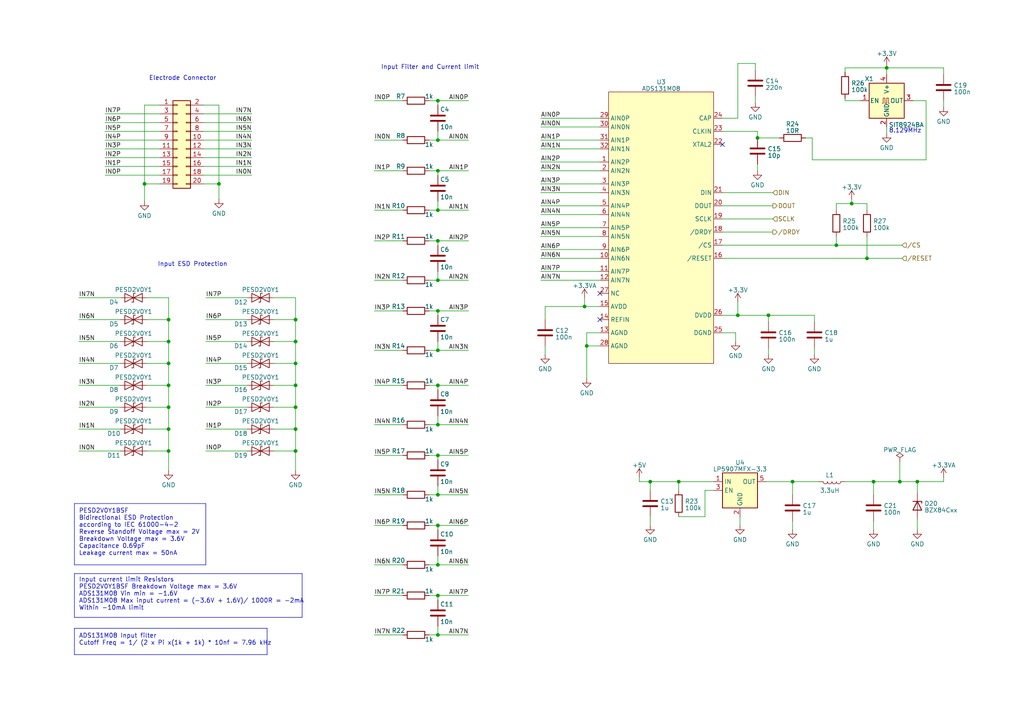
<source format=kicad_sch>
(kicad_sch (version 20230121) (generator eeschema)
  (paper "A4")
  (lib_symbols
    (symbol "ADS131:ADS131M08"
      (property "Reference" "U" (at -13.97 38.1 0))
      (property "Value" "ADS131M08" (at 0 33.02 0))
      (symbol "ADS131M08_0_1"
        (rectangle (start -15.24 35.56) (end 15.24 -43.18) (fill (type background)))
      )
      (symbol "ADS131M08_1_1"
        (pin input line (at -17.78 15.24 0) (length 2.54) (name "AIN2P") (number "1"))
        (pin input line (at -17.78 -12.7 0) (length 2.54) (name "AIN6N") (number "10"))
        (pin input line (at -17.78 -16.51 0) (length 2.54) (name "AIN7P") (number "11"))
        (pin input line (at -17.78 -19.05 0) (length 2.54) (name "AIN7N") (number "12"))
        (pin power_in line (at -17.78 -34.29 0) (length 2.54) (name "AGND") (number "13"))
        (pin input line (at -17.78 -30.48 0) (length 2.54) (name "REFIN") (number "14"))
        (pin power_in line (at -17.78 -26.67 0) (length 2.54) (name "AVDD") (number "15"))
        (pin input line (at 17.78 -12.7 180) (length 2.54) (name "/RESET") (number "16"))
        (pin input line (at 17.78 -8.89 180) (length 2.54) (name "/CS") (number "17"))
        (pin output line (at 17.78 -5.08 180) (length 2.54) (name "/DRDY") (number "18"))
        (pin input line (at 17.78 -1.27 180) (length 2.54) (name "SCLK") (number "19"))
        (pin input line (at -17.78 12.7 0) (length 2.54) (name "AIN2N") (number "2"))
        (pin output line (at 17.78 2.54 180) (length 2.54) (name "DOUT") (number "20"))
        (pin input line (at 17.78 6.35 180) (length 2.54) (name "DIN") (number "21"))
        (pin passive line (at 17.78 20.32 180) (length 2.54) (name "XTAL2") (number "22"))
        (pin input line (at 17.78 24.13 180) (length 2.54) (name "CLKIN") (number "23"))
        (pin passive line (at 17.78 27.94 180) (length 2.54) (name "CAP") (number "24"))
        (pin power_in line (at 17.78 -34.29 180) (length 2.54) (name "DGND") (number "25"))
        (pin power_in line (at 17.78 -29.21 180) (length 2.54) (name "DVDD") (number "26"))
        (pin input line (at -17.78 -22.86 0) (length 2.54) (name "NC") (number "27"))
        (pin power_in line (at -17.78 -38.1 0) (length 2.54) (name "AGND") (number "28"))
        (pin input line (at -17.78 27.94 0) (length 2.54) (name "AIN0P") (number "29"))
        (pin input line (at -17.78 8.89 0) (length 2.54) (name "AIN3P") (number "3"))
        (pin input line (at -17.78 25.4 0) (length 2.54) (name "AIN0N") (number "30"))
        (pin input line (at -17.78 21.59 0) (length 2.54) (name "AIN1P") (number "31"))
        (pin input line (at -17.78 19.05 0) (length 2.54) (name "AIN1N") (number "32"))
        (pin input line (at -17.78 6.35 0) (length 2.54) (name "AIN3N") (number "4"))
        (pin input line (at -17.78 2.54 0) (length 2.54) (name "AIN4P") (number "5"))
        (pin input line (at -17.78 0 0) (length 2.54) (name "AIN4N") (number "6"))
        (pin input line (at -17.78 -3.81 0) (length 2.54) (name "AIN5P") (number "7"))
        (pin input line (at -17.78 -6.35 0) (length 2.54) (name "AIN5N") (number "8"))
        (pin input line (at -17.78 -10.16 0) (length 2.54) (name "AIN6P") (number "9"))
      )
    )
    (symbol "Connector_Generic:Conn_02x10_Odd_Even" (pin_names (offset 1.016) hide)
      (property "Reference" "J" (at 1.27 12.7 0))
      (property "Value" "Conn_02x10_Odd_Even" (at 1.27 -15.24 0))
      (symbol "Conn_02x10_Odd_Even_1_1"
        (rectangle (start -1.27 -12.573) (end 0 -12.827) (stroke (width 0.1524)))
        (rectangle (start -1.27 -10.033) (end 0 -10.287) (stroke (width 0.1524)))
        (rectangle (start -1.27 -7.493) (end 0 -7.747) (stroke (width 0.1524)))
        (rectangle (start -1.27 -4.953) (end 0 -5.207) (stroke (width 0.1524)))
        (rectangle (start -1.27 -2.413) (end 0 -2.667) (stroke (width 0.1524)))
        (rectangle (start -1.27 0.127) (end 0 -0.127) (stroke (width 0.1524)))
        (rectangle (start -1.27 2.667) (end 0 2.413) (stroke (width 0.1524)))
        (rectangle (start -1.27 5.207) (end 0 4.953) (stroke (width 0.1524)))
        (rectangle (start -1.27 7.747) (end 0 7.493) (stroke (width 0.1524)))
        (rectangle (start -1.27 10.287) (end 0 10.033) (stroke (width 0.1524)))
        (rectangle (start -1.27 11.43) (end 3.81 -13.97) (stroke (width 0.254)) (fill (type background)))
        (rectangle (start 3.81 -12.573) (end 2.54 -12.827) (stroke (width 0.1524)))
        (rectangle (start 3.81 -10.033) (end 2.54 -10.287) (stroke (width 0.1524)))
        (rectangle (start 3.81 -7.493) (end 2.54 -7.747) (stroke (width 0.1524)))
        (rectangle (start 3.81 -4.953) (end 2.54 -5.207) (stroke (width 0.1524)))
        (rectangle (start 3.81 -2.413) (end 2.54 -2.667) (stroke (width 0.1524)))
        (rectangle (start 3.81 0.127) (end 2.54 -0.127) (stroke (width 0.1524)))
        (rectangle (start 3.81 2.667) (end 2.54 2.413) (stroke (width 0.1524)))
        (rectangle (start 3.81 5.207) (end 2.54 4.953) (stroke (width 0.1524)))
        (rectangle (start 3.81 7.747) (end 2.54 7.493) (stroke (width 0.1524)))
        (rectangle (start 3.81 10.287) (end 2.54 10.033) (stroke (width 0.1524)))
        (pin passive line (at -5.08 10.16 0) (length 3.81) (name "Pin_1") (number "1"))
        (pin passive line (at 7.62 0 180) (length 3.81) (name "Pin_10") (number "10"))
        (pin passive line (at -5.08 -2.54 0) (length 3.81) (name "Pin_11") (number "11"))
        (pin passive line (at 7.62 -2.54 180) (length 3.81) (name "Pin_12") (number "12"))
        (pin passive line (at -5.08 -5.08 0) (length 3.81) (name "Pin_13") (number "13"))
        (pin passive line (at 7.62 -5.08 180) (length 3.81) (name "Pin_14") (number "14"))
        (pin passive line (at -5.08 -7.62 0) (length 3.81) (name "Pin_15") (number "15"))
        (pin passive line (at 7.62 -7.62 180) (length 3.81) (name "Pin_16") (number "16"))
        (pin passive line (at -5.08 -10.16 0) (length 3.81) (name "Pin_17") (number "17"))
        (pin passive line (at 7.62 -10.16 180) (length 3.81) (name "Pin_18") (number "18"))
        (pin passive line (at -5.08 -12.7 0) (length 3.81) (name "Pin_19") (number "19"))
        (pin passive line (at 7.62 10.16 180) (length 3.81) (name "Pin_2") (number "2"))
        (pin passive line (at 7.62 -12.7 180) (length 3.81) (name "Pin_20") (number "20"))
        (pin passive line (at -5.08 7.62 0) (length 3.81) (name "Pin_3") (number "3"))
        (pin passive line (at 7.62 7.62 180) (length 3.81) (name "Pin_4") (number "4"))
        (pin passive line (at -5.08 5.08 0) (length 3.81) (name "Pin_5") (number "5"))
        (pin passive line (at 7.62 5.08 180) (length 3.81) (name "Pin_6") (number "6"))
        (pin passive line (at -5.08 2.54 0) (length 3.81) (name "Pin_7") (number "7"))
        (pin passive line (at 7.62 2.54 180) (length 3.81) (name "Pin_8") (number "8"))
        (pin passive line (at -5.08 0 0) (length 3.81) (name "Pin_9") (number "9"))
      )
    )
    (symbol "Device:C" (pin_numbers hide) (pin_names (offset 0.254))
      (property "Reference" "C" (at 0.635 2.54 0))
      (property "Value" "C" (at 0.635 -2.54 0))
      (symbol "C_0_1"
        (polyline (pts (xy -2.032 -0.762) (xy 2.032 -0.762)) (stroke (width 0.508)))
        (polyline (pts (xy -2.032 0.762) (xy 2.032 0.762)) (stroke (width 0.508)))
      )
      (symbol "C_1_1"
        (pin passive line (at 0 3.81 270) (length 2.794) (name "~") (number "1"))
        (pin passive line (at 0 -3.81 90) (length 2.794) (name "~") (number "2"))
      )
    )
    (symbol "Device:L" (pin_numbers hide) (pin_names (offset 1.016) hide)
      (property "Reference" "L" (at -1.27 0 90))
      (property "Value" "L" (at 1.905 0 90))
      (symbol "L_0_1"
        (arc (start 0 -2.54) (mid 0.6323 -1.905) (end 0 -1.27))
        (arc (start 0 -1.27) (mid 0.6323 -0.635) (end 0 0))
        (arc (start 0 0) (mid 0.6323 0.635) (end 0 1.27))
        (arc (start 0 1.27) (mid 0.6323 1.905) (end 0 2.54))
      )
      (symbol "L_1_1"
        (pin passive line (at 0 3.81 270) (length 1.27) (name "1") (number "1"))
        (pin passive line (at 0 -3.81 90) (length 1.27) (name "2") (number "2"))
      )
    )
    (symbol "Device:R" (pin_numbers hide) (pin_names (offset 0))
      (property "Reference" "R" (at 2.032 0 90))
      (property "Value" "R" (at 0 0 90))
      (symbol "R_0_1"
        (rectangle (start -1.016 -2.54) (end 1.016 2.54) (stroke (width 0.254)))
      )
      (symbol "R_1_1"
        (pin passive line (at 0 3.81 270) (length 1.27) (name "~") (number "1"))
        (pin passive line (at 0 -3.81 90) (length 1.27) (name "~") (number "2"))
      )
    )
    (symbol "Diode:BZX84Cxx" (pin_numbers hide) (pin_names hide)
      (property "Reference" "D" (at 0 3.81 0))
      (property "Value" "BZX84Cxx" (at 0 -3.81 0))
      (symbol "BZX84Cxx_0_1"
        (polyline (pts (xy 1.27 0) (xy -1.27 0)))
        (polyline (pts (xy -1.27 -1.27) (xy -1.27 1.27) (xy -0.762 1.27)) (stroke (width 0.254)))
        (polyline (pts (xy 1.27 -1.27) (xy 1.27 1.27) (xy -1.27 0) (xy 1.27 -1.27)) (stroke (width 0.254)))
      )
      (symbol "BZX84Cxx_1_1"
        (pin passive line (at 3.81 0 180) (length 2.54) (name "A") (number "1"))
        (pin no_connect line (at 1.27 0 180) (length 2.54) hide (name "NC") (number "2"))
        (pin passive line (at -3.81 0 0) (length 2.54) (name "K") (number "3"))
      )
    )
    (symbol "Diode:ESD9B3.3ST5G" (pin_numbers hide) (pin_names (offset 1.016) hide)
      (property "Reference" "D" (at 0 2.54 0))
      (property "Value" "ESD9B3.3ST5G" (at 0 -2.54 0))
      (symbol "ESD9B3.3ST5G_0_1"
        (polyline (pts (xy 1.27 0) (xy -1.27 0)))
        (polyline (pts (xy -2.54 -1.27) (xy 0 0) (xy -2.54 1.27) (xy -2.54 -1.27)) (stroke (width 0.2032)))
        (polyline (pts (xy 0.508 1.27) (xy 0 1.27) (xy 0 -1.27) (xy -0.508 -1.27)) (stroke (width 0.2032)))
        (polyline (pts (xy 2.54 1.27) (xy 2.54 -1.27) (xy 0 0) (xy 2.54 1.27)) (stroke (width 0.2032)))
      )
      (symbol "ESD9B3.3ST5G_1_1"
        (pin passive line (at -3.81 0 0) (length 2.54) (name "A1") (number "1"))
        (pin passive line (at 3.81 0 180) (length 2.54) (name "A2") (number "2"))
      )
    )
    (symbol "Oscillator:XO32" (pin_names (offset 0.254))
      (property "Reference" "X" (at -5.08 6.35 0))
      (property "Value" "XO32" (at 1.27 -6.35 0))
      (symbol "XO32_0_1"
        (rectangle (start -5.08 5.08) (end 5.08 -5.08) (stroke (width 0.254)) (fill (type background)))
        (polyline (pts (xy -1.27 -0.762) (xy -1.016 -0.762) (xy -1.016 0.762) (xy -0.508 0.762) (xy -0.508 -0.762) (xy 0 -0.762) (xy 0 0.762) (xy 0.508 0.762) (xy 0.508 -0.762) (xy 0.762 -0.762)))
      )
      (symbol "XO32_1_1"
        (pin input line (at -7.62 0 0) (length 2.54) (name "EN") (number "1"))
        (pin power_in line (at 0 -7.62 90) (length 2.54) (name "GND") (number "2"))
        (pin output line (at 7.62 0 180) (length 2.54) (name "OUT") (number "3"))
        (pin power_in line (at 0 7.62 270) (length 2.54) (name "V+") (number "4"))
      )
    )
    (symbol "Regulator_Linear:LP5907MFX-3.3"
      (property "Reference" "U" (at -3.81 6.35 0))
      (property "Value" "LP5907MFX-3.3" (at 6.35 6.35 0))
      (symbol "LP5907MFX-3.3_0_1"
        (rectangle (start -5.08 -5.08) (end 5.08 5.08) (stroke (width 0.254)) (fill (type background)))
        (pin power_in line (at -7.62 2.54 0) (length 2.54) (name "IN") (number "1"))
        (pin power_in line (at 0 -7.62 90) (length 2.54) (name "GND") (number "2"))
        (pin input line (at -7.62 0 0) (length 2.54) (name "EN") (number "3"))
        (pin no_connect line (at 5.08 0 180) (length 2.54) hide (name "NC") (number "4"))
        (pin power_out line (at 7.62 2.54 180) (length 2.54) (name "OUT") (number "5"))
      )
    )
    (symbol "power:+3.3V" (power) (pin_names (offset 0))
      (property "Value" "+3.3V" (at 0 3.556 0))
      (symbol "+3.3V_0_1"
        (polyline (pts (xy -0.762 1.27) (xy 0 2.54)))
        (polyline (pts (xy 0 0) (xy 0 2.54)))
        (polyline (pts (xy 0 2.54) (xy 0.762 1.27)))
      )
      (symbol "+3.3V_1_1"
        (pin power_in line (at 0 0 90) (length 0) hide (name "+3.3V") (number "1"))
      )
    )
    (symbol "power:+3.3VA" (power) (pin_names (offset 0))
      (property "Value" "+3.3VA" (at 0 3.556 0))
      (symbol "+3.3VA_0_1"
        (polyline (pts (xy -0.762 1.27) (xy 0 2.54)))
        (polyline (pts (xy 0 0) (xy 0 2.54)))
        (polyline (pts (xy 0 2.54) (xy 0.762 1.27)))
      )
      (symbol "+3.3VA_1_1"
        (pin power_in line (at 0 0 90) (length 0) hide (name "+3.3VA") (number "1"))
      )
    )
    (symbol "power:+5V" (power) (pin_names (offset 0))
      (property "Value" "+5V" (at 0 3.556 0))
      (symbol "+5V_0_1"
        (polyline (pts (xy -0.762 1.27) (xy 0 2.54)))
        (polyline (pts (xy 0 0) (xy 0 2.54)))
        (polyline (pts (xy 0 2.54) (xy 0.762 1.27)))
      )
      (symbol "+5V_1_1"
        (pin power_in line (at 0 0 90) (length 0) hide (name "+5V") (number "1"))
      )
    )
    (symbol "power:GND" (power) (pin_names (offset 0))
      (property "Value" "GND" (at 0 -3.81 0))
      (symbol "GND_0_1"
        (polyline (pts (xy 0 0) (xy 0 -1.27) (xy 1.27 -1.27) (xy 0 -2.54) (xy -1.27 -1.27) (xy 0 -1.27)))
      )
      (symbol "GND_1_1"
        (pin power_in line (at 0 0 270) (length 0) hide (name "GND") (number "1"))
      )
    )
    (symbol "power:PWR_FLAG" (power) (pin_numbers hide) (pin_names (offset 0) hide)
      (property "Value" "PWR_FLAG" (at 0 3.81 0))
      (symbol "PWR_FLAG_0_0"
        (pin power_out line (at 0 0 90) (length 0) (name "pwr") (number "1"))
      )
      (symbol "PWR_FLAG_0_1"
        (polyline (pts (xy 0 0) (xy 0 1.27) (xy -1.016 1.905) (xy 0 2.54) (xy 1.016 1.905) (xy 0 1.27)))
      )
    )
  )
  (junction (at 127 172.72))
  (junction (at 85.725 99.06))
  (junction (at 48.895 130.81))
  (junction (at 251.46 74.93))
  (junction (at 213.995 91.44))
  (junction (at 127 69.85))
  (junction (at 85.725 130.81))
  (junction (at 63.5 53.34))
  (junction (at 188.595 139.7))
  (junction (at 85.725 92.71))
  (junction (at 127 152.4))
  (junction (at 48.895 111.76))
  (junction (at 247.015 59.055))
  (junction (at 127 123.19))
  (junction (at 196.85 139.7))
  (junction (at 127 163.83))
  (junction (at 127 81.28))
  (junction (at 85.725 111.76))
  (junction (at 85.725 105.41))
  (junction (at 222.885 91.44))
  (junction (at 127 40.64))
  (junction (at 229.87 139.7))
  (junction (at 219.71 40.005))
  (junction (at 242.57 71.12))
  (junction (at 169.545 88.9))
  (junction (at 127 90.17))
  (junction (at 127 49.53))
  (junction (at 127 60.96))
  (junction (at 48.895 99.06))
  (junction (at 48.895 124.46))
  (junction (at 127 132.08))
  (junction (at 127 101.6))
  (junction (at 253.365 139.7))
  (junction (at 85.725 124.46))
  (junction (at 170.18 100.33))
  (junction (at 48.895 92.71))
  (junction (at 85.725 118.11))
  (junction (at 127 184.15))
  (junction (at 48.895 118.11))
  (junction (at 41.91 53.34))
  (junction (at 257.175 19.685))
  (junction (at 260.985 139.7))
  (junction (at 266.065 139.7))
  (junction (at 48.895 105.41))
  (junction (at 127 29.21))
  (junction (at 127 111.76))
  (junction (at 127 143.51))
  (no_connect (at 209.55 41.91))
  (no_connect (at 173.99 85.09))
  (no_connect (at 173.99 92.71))
  (wire (pts (xy 59.69 111.76) (xy 71.755 111.76)))
  (wire (pts (xy 204.47 149.86) (xy 204.47 142.24)))
  (wire (pts (xy 124.46 143.51) (xy 127 143.51)))
  (wire (pts (xy 156.845 34.29) (xy 173.99 34.29)))
  (wire (pts (xy 209.55 67.31) (xy 224.155 67.31)))
  (wire (pts (xy 127 49.53) (xy 135.89 49.53)))
  (wire (pts (xy 108.585 111.76) (xy 116.84 111.76)))
  (polyline (pts (xy 77.47 189.865) (xy 21.59 189.865)))
  (wire (pts (xy 127 78.74) (xy 127 81.28)))
  (wire (pts (xy 214.63 149.86) (xy 214.63 152.4)))
  (wire (pts (xy 245.11 29.21) (xy 249.555 29.21)))
  (wire (pts (xy 79.375 99.06) (xy 85.725 99.06)))
  (wire (pts (xy 85.725 99.06) (xy 85.725 105.41)))
  (wire (pts (xy 124.46 60.96) (xy 127 60.96)))
  (wire (pts (xy 30.48 50.8) (xy 46.355 50.8)))
  (wire (pts (xy 59.055 45.72) (xy 73.025 45.72)))
  (wire (pts (xy 169.545 88.9) (xy 158.115 88.9)))
  (wire (pts (xy 156.845 46.99) (xy 173.99 46.99)))
  (wire (pts (xy 127 163.83) (xy 135.89 163.83)))
  (wire (pts (xy 59.055 35.56) (xy 73.025 35.56)))
  (wire (pts (xy 127 60.96) (xy 135.89 60.96)))
  (wire (pts (xy 156.845 55.88) (xy 173.99 55.88)))
  (wire (pts (xy 257.175 19.685) (xy 257.175 21.59)))
  (wire (pts (xy 260.985 139.7) (xy 266.065 139.7)))
  (wire (pts (xy 235.585 46.355) (xy 268.605 46.355)))
  (wire (pts (xy 124.46 132.08) (xy 127 132.08)))
  (wire (pts (xy 127 143.51) (xy 135.89 143.51)))
  (wire (pts (xy 173.99 96.52) (xy 170.18 96.52)))
  (wire (pts (xy 42.545 130.81) (xy 48.895 130.81)))
  (wire (pts (xy 257.175 19.05) (xy 257.175 19.685)))
  (wire (pts (xy 42.545 86.36) (xy 48.895 86.36)))
  (wire (pts (xy 196.85 139.7) (xy 188.595 139.7)))
  (wire (pts (xy 42.545 118.11) (xy 48.895 118.11)))
  (wire (pts (xy 59.055 50.8) (xy 73.025 50.8)))
  (wire (pts (xy 42.545 92.71) (xy 48.895 92.71)))
  (wire (pts (xy 79.375 118.11) (xy 85.725 118.11)))
  (wire (pts (xy 209.55 91.44) (xy 213.995 91.44)))
  (wire (pts (xy 219.71 40.005) (xy 226.06 40.005)))
  (wire (pts (xy 59.055 48.26) (xy 73.025 48.26)))
  (wire (pts (xy 127 161.29) (xy 127 163.83)))
  (wire (pts (xy 170.18 100.33) (xy 170.18 109.855)))
  (wire (pts (xy 185.42 138.43) (xy 185.42 139.7)))
  (wire (pts (xy 222.885 91.44) (xy 222.885 93.345)))
  (wire (pts (xy 266.065 150.495) (xy 266.065 153.67)))
  (wire (pts (xy 251.46 74.93) (xy 261.62 74.93)))
  (polyline (pts (xy 21.59 179.07) (xy 87.63 179.07)))
  (wire (pts (xy 124.46 184.15) (xy 127 184.15)))
  (wire (pts (xy 30.48 43.18) (xy 46.355 43.18)))
  (wire (pts (xy 156.845 72.39) (xy 173.99 72.39)))
  (polyline (pts (xy 21.59 182.245) (xy 21.59 189.865)))
  (wire (pts (xy 245.11 139.7) (xy 253.365 139.7)))
  (polyline (pts (xy 21.59 146.05) (xy 21.59 163.83)))
  (wire (pts (xy 188.595 139.7) (xy 188.595 142.24)))
  (wire (pts (xy 22.86 99.06) (xy 34.925 99.06)))
  (wire (pts (xy 41.91 30.48) (xy 41.91 53.34)))
  (wire (pts (xy 169.545 86.36) (xy 169.545 88.9)))
  (wire (pts (xy 85.725 105.41) (xy 85.725 111.76)))
  (wire (pts (xy 124.46 69.85) (xy 127 69.85)))
  (wire (pts (xy 48.895 86.36) (xy 48.895 92.71)))
  (wire (pts (xy 48.895 92.71) (xy 48.895 99.06)))
  (wire (pts (xy 127 172.72) (xy 127 173.99)))
  (wire (pts (xy 22.86 92.71) (xy 34.925 92.71)))
  (wire (pts (xy 127 81.28) (xy 135.89 81.28)))
  (wire (pts (xy 48.895 124.46) (xy 48.895 130.81)))
  (wire (pts (xy 85.725 111.76) (xy 85.725 118.11)))
  (wire (pts (xy 127 49.53) (xy 127 50.8)))
  (wire (pts (xy 59.055 53.34) (xy 63.5 53.34)))
  (wire (pts (xy 63.5 30.48) (xy 63.5 53.34)))
  (wire (pts (xy 46.355 30.48) (xy 41.91 30.48)))
  (wire (pts (xy 156.845 59.69) (xy 173.99 59.69)))
  (wire (pts (xy 30.48 35.56) (xy 46.355 35.56)))
  (wire (pts (xy 48.895 130.81) (xy 48.895 136.525)))
  (wire (pts (xy 127 132.08) (xy 135.89 132.08)))
  (wire (pts (xy 79.375 86.36) (xy 85.725 86.36)))
  (wire (pts (xy 127 58.42) (xy 127 60.96)))
  (wire (pts (xy 170.18 96.52) (xy 170.18 100.33)))
  (wire (pts (xy 108.585 132.08) (xy 116.84 132.08)))
  (wire (pts (xy 156.845 68.58) (xy 173.99 68.58)))
  (wire (pts (xy 22.86 124.46) (xy 34.925 124.46)))
  (wire (pts (xy 48.895 105.41) (xy 48.895 111.76)))
  (wire (pts (xy 59.055 30.48) (xy 63.5 30.48)))
  (wire (pts (xy 209.55 96.52) (xy 213.36 96.52)))
  (wire (pts (xy 247.015 57.785) (xy 247.015 59.055)))
  (wire (pts (xy 127 140.97) (xy 127 143.51)))
  (wire (pts (xy 108.585 172.72) (xy 116.84 172.72)))
  (wire (pts (xy 127 152.4) (xy 127 153.67)))
  (wire (pts (xy 196.85 139.7) (xy 196.85 142.24)))
  (wire (pts (xy 253.365 139.7) (xy 253.365 143.51)))
  (wire (pts (xy 85.725 118.11) (xy 85.725 124.46)))
  (wire (pts (xy 273.685 138.43) (xy 273.685 139.7)))
  (wire (pts (xy 213.995 91.44) (xy 222.885 91.44)))
  (wire (pts (xy 188.595 149.86) (xy 188.595 152.4)))
  (wire (pts (xy 251.46 68.58) (xy 251.46 74.93)))
  (wire (pts (xy 242.57 71.12) (xy 209.55 71.12)))
  (wire (pts (xy 273.685 29.21) (xy 273.685 31.115)))
  (wire (pts (xy 79.375 105.41) (xy 85.725 105.41)))
  (wire (pts (xy 108.585 69.85) (xy 116.84 69.85)))
  (wire (pts (xy 127 172.72) (xy 135.89 172.72)))
  (polyline (pts (xy 21.59 166.37) (xy 87.63 166.37)))
  (wire (pts (xy 124.46 81.28) (xy 127 81.28)))
  (wire (pts (xy 48.895 118.11) (xy 48.895 124.46)))
  (wire (pts (xy 127 111.76) (xy 135.89 111.76)))
  (wire (pts (xy 209.55 55.88) (xy 224.155 55.88)))
  (wire (pts (xy 85.725 124.46) (xy 85.725 130.81)))
  (wire (pts (xy 108.585 60.96) (xy 116.84 60.96)))
  (wire (pts (xy 260.985 133.985) (xy 260.985 139.7)))
  (wire (pts (xy 173.99 49.53) (xy 156.845 49.53)))
  (wire (pts (xy 242.57 59.055) (xy 247.015 59.055)))
  (wire (pts (xy 59.69 124.46) (xy 71.755 124.46)))
  (wire (pts (xy 124.46 90.17) (xy 127 90.17)))
  (wire (pts (xy 59.69 99.06) (xy 71.755 99.06)))
  (wire (pts (xy 63.5 53.34) (xy 63.5 57.785)))
  (wire (pts (xy 158.115 88.9) (xy 158.115 92.71)))
  (wire (pts (xy 222.25 139.7) (xy 229.87 139.7)))
  (wire (pts (xy 124.46 152.4) (xy 127 152.4)))
  (polyline (pts (xy 21.59 166.37) (xy 21.59 179.07)))
  (wire (pts (xy 156.845 74.93) (xy 173.99 74.93)))
  (wire (pts (xy 229.87 151.13) (xy 229.87 153.67)))
  (wire (pts (xy 156.845 62.23) (xy 173.99 62.23)))
  (wire (pts (xy 41.91 53.34) (xy 46.355 53.34)))
  (wire (pts (xy 213.995 18.415) (xy 219.075 18.415)))
  (wire (pts (xy 209.55 59.69) (xy 224.155 59.69)))
  (wire (pts (xy 108.585 49.53) (xy 116.84 49.53)))
  (wire (pts (xy 127 120.65) (xy 127 123.19)))
  (wire (pts (xy 204.47 142.24) (xy 207.01 142.24)))
  (wire (pts (xy 124.46 172.72) (xy 127 172.72)))
  (wire (pts (xy 242.57 71.12) (xy 261.62 71.12)))
  (wire (pts (xy 219.075 27.94) (xy 219.075 29.845)))
  (wire (pts (xy 266.065 139.7) (xy 266.065 142.875)))
  (wire (pts (xy 124.46 49.53) (xy 127 49.53)))
  (wire (pts (xy 59.69 92.71) (xy 71.755 92.71)))
  (wire (pts (xy 266.065 139.7) (xy 273.685 139.7)))
  (wire (pts (xy 169.545 88.9) (xy 173.99 88.9)))
  (wire (pts (xy 229.87 139.7) (xy 229.87 143.51)))
  (wire (pts (xy 233.68 40.005) (xy 235.585 40.005)))
  (wire (pts (xy 30.48 48.26) (xy 46.355 48.26)))
  (wire (pts (xy 268.605 46.355) (xy 268.605 29.21)))
  (wire (pts (xy 245.11 28.575) (xy 245.11 29.21)))
  (polyline (pts (xy 21.59 182.245) (xy 77.47 182.245)))
  (polyline (pts (xy 21.59 163.83) (xy 59.69 163.83)))
  (polyline (pts (xy 21.59 146.05) (xy 59.69 146.05)))
  (wire (pts (xy 108.585 152.4) (xy 116.84 152.4)))
  (wire (pts (xy 219.71 38.1) (xy 219.71 40.005)))
  (wire (pts (xy 30.48 38.1) (xy 46.355 38.1)))
  (wire (pts (xy 253.365 151.13) (xy 253.365 153.67)))
  (wire (pts (xy 196.85 149.86) (xy 204.47 149.86)))
  (wire (pts (xy 222.885 100.965) (xy 222.885 102.87)))
  (wire (pts (xy 59.69 118.11) (xy 71.755 118.11)))
  (wire (pts (xy 209.55 38.1) (xy 219.71 38.1)))
  (wire (pts (xy 219.075 18.415) (xy 219.075 20.32)))
  (wire (pts (xy 124.46 123.19) (xy 127 123.19)))
  (wire (pts (xy 127 29.21) (xy 135.89 29.21)))
  (wire (pts (xy 127 69.85) (xy 127 71.12)))
  (wire (pts (xy 219.71 47.625) (xy 219.71 49.53)))
  (wire (pts (xy 235.585 40.005) (xy 235.585 46.355)))
  (wire (pts (xy 242.57 68.58) (xy 242.57 71.12)))
  (wire (pts (xy 213.995 91.44) (xy 213.995 87.63)))
  (wire (pts (xy 22.86 105.41) (xy 34.925 105.41)))
  (wire (pts (xy 59.055 33.02) (xy 73.025 33.02)))
  (wire (pts (xy 127 90.17) (xy 127 91.44)))
  (wire (pts (xy 213.995 34.29) (xy 209.55 34.29)))
  (wire (pts (xy 236.22 100.965) (xy 236.22 102.87)))
  (wire (pts (xy 41.91 53.34) (xy 41.91 58.42)))
  (wire (pts (xy 42.545 99.06) (xy 48.895 99.06)))
  (wire (pts (xy 79.375 92.71) (xy 85.725 92.71)))
  (wire (pts (xy 59.055 40.64) (xy 73.025 40.64)))
  (wire (pts (xy 127 101.6) (xy 135.89 101.6)))
  (wire (pts (xy 185.42 139.7) (xy 188.595 139.7)))
  (wire (pts (xy 156.845 81.28) (xy 173.99 81.28)))
  (wire (pts (xy 247.015 59.055) (xy 251.46 59.055)))
  (wire (pts (xy 30.48 45.72) (xy 46.355 45.72)))
  (wire (pts (xy 156.845 53.34) (xy 173.99 53.34)))
  (wire (pts (xy 268.605 29.21) (xy 264.795 29.21)))
  (wire (pts (xy 236.22 91.44) (xy 236.22 93.345)))
  (wire (pts (xy 124.46 40.64) (xy 127 40.64)))
  (wire (pts (xy 127 40.64) (xy 135.89 40.64)))
  (wire (pts (xy 59.055 43.18) (xy 73.025 43.18)))
  (wire (pts (xy 108.585 40.64) (xy 116.84 40.64)))
  (wire (pts (xy 42.545 124.46) (xy 48.895 124.46)))
  (wire (pts (xy 170.18 100.33) (xy 173.99 100.33)))
  (wire (pts (xy 257.175 19.685) (xy 273.685 19.685)))
  (wire (pts (xy 42.545 105.41) (xy 48.895 105.41)))
  (wire (pts (xy 59.69 105.41) (xy 71.755 105.41)))
  (wire (pts (xy 79.375 111.76) (xy 85.725 111.76)))
  (wire (pts (xy 127 152.4) (xy 135.89 152.4)))
  (wire (pts (xy 59.055 38.1) (xy 73.025 38.1)))
  (wire (pts (xy 156.845 78.74) (xy 173.99 78.74)))
  (wire (pts (xy 59.69 86.36) (xy 71.755 86.36)))
  (wire (pts (xy 85.725 86.36) (xy 85.725 92.71)))
  (polyline (pts (xy 59.69 163.83) (xy 59.69 146.05)))
  (wire (pts (xy 22.86 86.36) (xy 34.925 86.36)))
  (wire (pts (xy 124.46 111.76) (xy 127 111.76)))
  (wire (pts (xy 85.725 130.81) (xy 85.725 136.525)))
  (wire (pts (xy 257.175 36.83) (xy 257.175 38.735)))
  (wire (pts (xy 30.48 40.64) (xy 46.355 40.64)))
  (wire (pts (xy 127 184.15) (xy 135.89 184.15)))
  (wire (pts (xy 127 181.61) (xy 127 184.15)))
  (wire (pts (xy 209.55 63.5) (xy 224.155 63.5)))
  (wire (pts (xy 257.175 19.685) (xy 245.11 19.685)))
  (wire (pts (xy 108.585 163.83) (xy 116.84 163.83)))
  (wire (pts (xy 108.585 29.21) (xy 116.84 29.21)))
  (wire (pts (xy 127 123.19) (xy 135.89 123.19)))
  (wire (pts (xy 108.585 81.28) (xy 116.84 81.28)))
  (wire (pts (xy 229.87 139.7) (xy 237.49 139.7)))
  (wire (pts (xy 48.895 111.76) (xy 48.895 118.11)))
  (wire (pts (xy 242.57 60.96) (xy 242.57 59.055)))
  (wire (pts (xy 127 29.21) (xy 127 30.48)))
  (wire (pts (xy 127 111.76) (xy 127 113.03)))
  (wire (pts (xy 209.55 74.93) (xy 251.46 74.93)))
  (wire (pts (xy 273.685 19.685) (xy 273.685 21.59)))
  (wire (pts (xy 156.845 66.04) (xy 173.99 66.04)))
  (wire (pts (xy 127 99.06) (xy 127 101.6)))
  (wire (pts (xy 207.01 139.7) (xy 196.85 139.7)))
  (wire (pts (xy 253.365 139.7) (xy 260.985 139.7)))
  (wire (pts (xy 156.845 43.18) (xy 173.99 43.18)))
  (wire (pts (xy 79.375 124.46) (xy 85.725 124.46)))
  (wire (pts (xy 213.995 18.415) (xy 213.995 34.29)))
  (polyline (pts (xy 87.63 179.07) (xy 87.63 166.37)))
  (wire (pts (xy 108.585 143.51) (xy 116.84 143.51)))
  (wire (pts (xy 156.845 40.64) (xy 173.99 40.64)))
  (wire (pts (xy 108.585 123.19) (xy 116.84 123.19)))
  (wire (pts (xy 245.11 19.685) (xy 245.11 20.955)))
  (wire (pts (xy 251.46 59.055) (xy 251.46 60.96)))
  (wire (pts (xy 156.845 36.83) (xy 173.99 36.83)))
  (polyline (pts (xy 77.47 182.245) (xy 77.47 189.865)))
  (wire (pts (xy 22.86 130.81) (xy 34.925 130.81)))
  (wire (pts (xy 108.585 184.15) (xy 116.84 184.15)))
  (wire (pts (xy 108.585 90.17) (xy 116.84 90.17)))
  (wire (pts (xy 22.86 118.11) (xy 34.925 118.11)))
  (wire (pts (xy 79.375 130.81) (xy 85.725 130.81)))
  (wire (pts (xy 124.46 101.6) (xy 127 101.6)))
  (wire (pts (xy 59.69 130.81) (xy 71.755 130.81)))
  (wire (pts (xy 124.46 29.21) (xy 127 29.21)))
  (wire (pts (xy 108.585 101.6) (xy 116.84 101.6)))
  (wire (pts (xy 42.545 111.76) (xy 48.895 111.76)))
  (wire (pts (xy 85.725 92.71) (xy 85.725 99.06)))
  (wire (pts (xy 236.22 91.44) (xy 222.885 91.44)))
  (wire (pts (xy 127 69.85) (xy 135.89 69.85)))
  (wire (pts (xy 158.115 100.33) (xy 158.115 102.87)))
  (wire (pts (xy 30.48 33.02) (xy 46.355 33.02)))
  (wire (pts (xy 22.86 111.76) (xy 34.925 111.76)))
  (wire (pts (xy 127 132.08) (xy 127 133.35)))
  (wire (pts (xy 124.46 163.83) (xy 127 163.83)))
  (wire (pts (xy 127 38.1) (xy 127 40.64)))
  (wire (pts (xy 213.36 96.52) (xy 213.36 99.06)))
  (wire (pts (xy 127 90.17) (xy 135.89 90.17)))
  (wire (pts (xy 48.895 99.06) (xy 48.895 105.41)))
  (text "PESD2V0Y1BSF\nBidirectional ESD Protection\naccording to IEC 61000-4-2\nReverse Standoff Voltage max = 2V\nBreakdown Voltage max = 3.6V\nCapacitance 0.69pF\nLeakage current max = 50nA" (at 22.86 161.29 0) (effects (font (size 1.27 1.27)) (justify left bottom)))
  (text "Input Filter and Current limit" (at 110.49 20.32 0) (effects (font (size 1.27 1.27)) (justify left bottom)))
  (text "Input ESD Protection" (at 45.72 77.47 0) (effects (font (size 1.27 1.27)) (justify left bottom)))
  (text "8.129MHz" (at 257.81 38.735 0) (effects (font (size 1.27 1.27)) (justify left bottom)))
  (text "ADS131M08 Input filter\nCutoff Freq = 1/ (2 x Pi x(1k + 1k) * 10nf = 7.96 kHz" (at 22.86 187.325 0) (effects (font (size 1.27 1.27)) (justify left bottom)))
  (text "Electrode Connector" (at 43.18 23.495 0) (effects (font (size 1.27 1.27)) (justify left bottom)))
  (text "Input current limit Resistors\nPESD2V0Y1BSF Breakdown Voltage max = 3.6V\nADS131M08 Vin min = -1.6V\nADS131M08 Max input current = (-3.6V + 1.6V)/ 1000R = -2mA\nWithin -10mA limit" (at 22.86 177.165 0) (effects (font (size 1.27 1.27)) (justify left bottom)))
  (label "IN7P" (at 108.585 172.72 0))
  (label "AIN3P" (at 156.845 53.34 0))
  (label "AIN0P" (at 156.845 34.29 0))
  (label "IN5N" (at 73.025 38.1 180))
  (label "AIN6P" (at 135.89 152.4 180))
  (label "IN5P" (at 30.48 38.1 0))
  (label "AIN0P" (at 135.89 29.21 180))
  (label "IN3P" (at 108.585 90.17 0))
  (label "IN2P" (at 59.69 118.11 0))
  (label "AIN4N" (at 156.845 62.23 0))
  (label "IN2N" (at 73.025 45.72 180))
  (label "AIN6N" (at 135.89 163.83 180))
  (label "IN1P" (at 30.48 48.26 0))
  (label "IN1N" (at 22.86 124.46 0))
  (label "IN2P" (at 30.48 45.72 0))
  (label "IN0N" (at 108.585 40.64 0))
  (label "AIN5N" (at 156.845 68.58 0))
  (label "IN0P" (at 108.585 29.21 0))
  (label "IN6P" (at 30.48 35.56 0))
  (label "IN0P" (at 30.48 50.8 0))
  (label "AIN7P" (at 156.845 78.74 0))
  (label "AIN2P" (at 156.845 46.99 0))
  (label "IN1P" (at 108.585 49.53 0))
  (label "IN7P" (at 59.69 86.36 0))
  (label "AIN0N" (at 156.845 36.83 0))
  (label "IN4N" (at 73.025 40.64 180))
  (label "IN2N" (at 108.585 81.28 0))
  (label "IN2N" (at 22.86 118.11 0))
  (label "IN2P" (at 108.585 69.85 0))
  (label "AIN4P" (at 156.845 59.69 0))
  (label "IN3P" (at 30.48 43.18 0))
  (label "IN4P" (at 108.585 111.76 0))
  (label "AIN3N" (at 135.89 101.6 180))
  (label "IN6N" (at 22.86 92.71 0))
  (label "AIN6N" (at 156.845 74.93 0))
  (label "AIN1P" (at 156.845 40.64 0))
  (label "IN4P" (at 59.69 105.41 0))
  (label "AIN1N" (at 135.89 60.96 180))
  (label "IN6N" (at 108.585 163.83 0))
  (label "IN4N" (at 22.86 105.41 0))
  (label "IN5P" (at 59.69 99.06 0))
  (label "IN0N" (at 22.86 130.81 0))
  (label "IN5N" (at 22.86 99.06 0))
  (label "AIN6P" (at 156.845 72.39 0))
  (label "AIN0N" (at 135.89 40.64 180))
  (label "IN1N" (at 108.585 60.96 0))
  (label "IN6P" (at 108.585 152.4 0))
  (label "IN7N" (at 22.86 86.36 0))
  (label "AIN1P" (at 135.89 49.53 180))
  (label "IN5P" (at 108.585 132.08 0))
  (label "IN3N" (at 22.86 111.76 0))
  (label "AIN7N" (at 156.845 81.28 0))
  (label "IN4P" (at 30.48 40.64 0))
  (label "AIN2N" (at 156.845 49.53 0))
  (label "AIN2N" (at 135.89 81.28 180))
  (label "AIN7N" (at 135.89 184.15 180))
  (label "AIN5P" (at 156.845 66.04 0))
  (label "IN7N" (at 73.025 33.02 180))
  (label "IN0N" (at 73.025 50.8 180))
  (label "IN6P" (at 59.69 92.71 0))
  (label "IN7P" (at 30.48 33.02 0))
  (label "IN3N" (at 73.025 43.18 180))
  (label "IN3N" (at 108.585 101.6 0))
  (label "AIN4N" (at 135.89 123.19 180))
  (label "IN7N" (at 108.585 184.15 0))
  (label "AIN7P" (at 135.89 172.72 180))
  (label "AIN3N" (at 156.845 55.88 0))
  (label "AIN2P" (at 135.89 69.85 180))
  (label "IN1P" (at 59.69 124.46 0))
  (label "IN1N" (at 73.025 48.26 180))
  (label "IN5N" (at 108.585 143.51 0))
  (label "AIN4P" (at 135.89 111.76 180))
  (label "IN3P" (at 59.69 111.76 0))
  (label "AIN5N" (at 135.89 143.51 180))
  (label "IN0P" (at 59.69 130.81 0))
  (label "AIN5P" (at 135.89 132.08 180))
  (label "AIN1N" (at 156.845 43.18 0))
  (label "IN4N" (at 108.585 123.19 0))
  (label "AIN3P" (at 135.89 90.17 180))
  (label "IN6N" (at 73.025 35.56 180))
  (hierarchical_label "{slash}DRDY" (shape output) (at 224.155 67.31 0))
  (hierarchical_label "DOUT" (shape output) (at 224.155 59.69 0))
  (hierarchical_label "DIN" (shape input) (at 224.155 55.88 0))
  (hierarchical_label "SCLK" (shape input) (at 224.155 63.5 0))
  (hierarchical_label "{slash}CS" (shape input) (at 261.62 71.12 0))
  (hierarchical_label "{slash}RESET" (shape input) (at 261.62 74.93 0))
  (symbol (lib_id "Device:C") (at 127 157.48 0) (unit 1)
    (property "Reference" "C10" (at 127.635 154.94 0) (effects (justify left)))
    (property "Value" "10n" (at 127.635 160.02 0) (effects (justify left)))
    (property "Footprint" "Capacitor_SMD:C_0603_1608Metric" (effects hide))
  )
  (symbol (lib_id "power:+3.3VA") (at 273.685 138.43 0) (unit 1)
    (property "Reference" "#PWR042" (effects hide))
    (property "Value" "+3.3VA" (at 273.685 134.9281 0))
  )
  (symbol (lib_id "Device:C") (at 219.71 43.815 0) (unit 1)
    (property "Reference" "C15" (at 222.631 43.1713 0) (effects (justify left)))
    (property "Value" "10p" (at 222.631 45.0923 0) (effects (justify left)))
    (property "Footprint" "Capacitor_SMD:C_0603_1608Metric" (effects hide))
  )
  (symbol (lib_id "Device:R") (at 229.87 40.005 270) (unit 1)
    (property "Reference" "R24" (at 229.87 35.9791 90))
    (property "Value" "10R" (at 229.87 37.9001 90))
    (property "Footprint" "Resistor_SMD:R_0603_1608Metric" (effects hide))
  )
  (symbol (lib_id "Device:R") (at 120.65 152.4 270) (unit 1)
    (property "Reference" "R19" (at 115.57 151.13 90))
    (property "Value" "1k" (at 124.46 151.13 90))
    (property "Footprint" "Resistor_SMD:R_0603_1608Metric" (effects hide))
  )
  (symbol (lib_id "Device:R") (at 120.65 172.72 270) (unit 1)
    (property "Reference" "R21" (at 115.57 171.45 90))
    (property "Value" "1k" (at 124.46 171.45 90))
    (property "Footprint" "Resistor_SMD:R_0603_1608Metric" (effects hide))
  )
  (symbol (lib_id "Diode:ESD9B3.3ST5G") (at 38.735 86.36 0) (unit 1)
    (property "Reference" "D4" (at 33.02 87.63 0))
    (property "Value" "PESD2V0Y1" (at 38.735 84.0265 0))
    (property "Footprint" "Diode_SMD:D_SOD-923" (effects hide))
    (property "Datasheet" "https://www.onsemi.com/pub/Collateral/ESD9B-D.PDF" (effects hide))
  )
  (symbol (lib_id "Device:C") (at 127 177.8 0) (unit 1)
    (property "Reference" "C11" (at 127.635 175.26 0) (effects (justify left)))
    (property "Value" "10n" (at 127.635 180.34 0) (effects (justify left)))
    (property "Footprint" "Capacitor_SMD:C_0603_1608Metric" (effects hide))
  )
  (symbol (lib_id "Device:R") (at 120.65 40.64 270) (unit 1)
    (property "Reference" "R8" (at 116.205 39.37 90))
    (property "Value" "1k" (at 124.46 41.91 90))
    (property "Footprint" "Resistor_SMD:R_0603_1608Metric" (effects hide))
  )
  (symbol (lib_id "Device:R") (at 120.65 132.08 270) (unit 1)
    (property "Reference" "R17" (at 115.57 130.81 90))
    (property "Value" "1k" (at 124.46 130.81 90))
    (property "Footprint" "Resistor_SMD:R_0603_1608Metric" (effects hide))
  )
  (symbol (lib_id "power:GND") (at 266.065 153.67 0) (unit 1)
    (property "Reference" "#PWR041" (effects hide))
    (property "Value" "GND" (at 266.065 157.8055 0))
  )
  (symbol (lib_id "power:GND") (at 236.22 102.87 0) (unit 1)
    (property "Reference" "#PWR039" (effects hide))
    (property "Value" "GND" (at 236.22 107.0055 0))
  )
  (symbol (lib_id "Device:R") (at 242.57 64.77 0) (unit 1)
    (property "Reference" "R25" (at 244.348 64.1263 0) (effects (justify left)))
    (property "Value" "100k" (at 244.348 66.0473 0) (effects (justify left)))
    (property "Footprint" "Resistor_SMD:R_0603_1608Metric" (effects hide))
  )
  (symbol (lib_id "power:GND") (at 170.18 109.855 0) (unit 1)
    (property "Reference" "#PWR029" (effects hide))
    (property "Value" "GND" (at 170.18 113.9905 0))
  )
  (symbol (lib_id "Device:R") (at 245.11 24.765 180) (unit 1)
    (property "Reference" "R26" (at 246.888 24.1213 0) (effects (justify right)))
    (property "Value" "100k" (at 246.888 26.0423 0) (effects (justify right)))
    (property "Footprint" "Resistor_SMD:R_0603_1608Metric" (effects hide))
  )
  (symbol (lib_id "power:GND") (at 257.175 38.735 0) (unit 1)
    (property "Reference" "#PWR044" (effects hide))
    (property "Value" "GND" (at 257.175 42.8705 0))
  )
  (symbol (lib_id "Device:R") (at 120.65 101.6 270) (unit 1)
    (property "Reference" "R14" (at 115.57 100.33 90))
    (property "Value" "1k" (at 124.46 102.87 90))
    (property "Footprint" "Resistor_SMD:R_0603_1608Metric" (effects hide))
  )
  (symbol (lib_id "Device:C") (at 127 34.29 0) (unit 1)
    (property "Reference" "C4" (at 127.635 31.75 0) (effects (justify left)))
    (property "Value" "10n" (at 127.635 36.83 0) (effects (justify left)))
    (property "Footprint" "Capacitor_SMD:C_0603_1608Metric" (effects hide))
  )
  (symbol (lib_id "Diode:ESD9B3.3ST5G") (at 38.735 118.11 0) (unit 1)
    (property "Reference" "D9" (at 33.02 119.38 0))
    (property "Value" "PESD2V0Y1" (at 38.735 115.7765 0))
    (property "Footprint" "Diode_SMD:D_SOD-923" (effects hide))
    (property "Datasheet" "https://www.onsemi.com/pub/Collateral/ESD9B-D.PDF" (effects hide))
  )
  (symbol (lib_id "Diode:ESD9B3.3ST5G") (at 75.565 130.81 0) (unit 1)
    (property "Reference" "D19" (at 69.85 132.08 0))
    (property "Value" "PESD2V0Y1" (at 75.565 128.4765 0))
    (property "Footprint" "Diode_SMD:D_SOD-923" (effects hide))
    (property "Datasheet" "https://www.onsemi.com/pub/Collateral/ESD9B-D.PDF" (effects hide))
  )
  (symbol (lib_id "Diode:BZX84Cxx") (at 266.065 146.685 270) (unit 1)
    (property "Reference" "D20" (at 268.097 146.0413 90) (effects (justify left)))
    (property "Value" "BZX84Cxx" (at 268.097 147.9623 90) (effects (justify left)))
    (property "Footprint" "Package_TO_SOT_SMD:SOT-23" (effects hide))
    (property "Datasheet" "https://diotec.com/tl_files/diotec/files/pdf/datasheets/bzx84c2v4.pdf" (effects hide))
  )
  (symbol (lib_id "Diode:ESD9B3.3ST5G") (at 38.735 99.06 0) (unit 1)
    (property "Reference" "D6" (at 33.02 100.33 0))
    (property "Value" "PESD2V0Y1" (at 38.735 96.7265 0))
    (property "Footprint" "Diode_SMD:D_SOD-923" (effects hide))
    (property "Datasheet" "https://www.onsemi.com/pub/Collateral/ESD9B-D.PDF" (effects hide))
  )
  (symbol (lib_id "Device:C") (at 127 95.25 0) (unit 1)
    (property "Reference" "C7" (at 127.635 92.71 0) (effects (justify left)))
    (property "Value" "10n" (at 127.635 97.79 0) (effects (justify left)))
    (property "Footprint" "Capacitor_SMD:C_0603_1608Metric" (effects hide))
  )
  (symbol (lib_id "Device:L") (at 241.3 139.7 270) (unit 1)
    (property "Reference" "L1" (at 240.665 137.795 90))
    (property "Value" "3.3uH" (at 240.665 142.24 90))
    (property "Footprint" "Inductor_SMD:L_0603_1608Metric" (effects hide))
  )
  (symbol (lib_id "Device:C") (at 273.685 25.4 0) (unit 1)
    (property "Reference" "C19" (at 276.606 24.7563 0) (effects (justify left)))
    (property "Value" "100n" (at 276.606 26.6773 0) (effects (justify left)))
    (property "Footprint" "Capacitor_SMD:C_0603_1608Metric" (effects hide))
  )
  (symbol (lib_id "power:GND") (at 41.91 58.42 0) (unit 1)
    (property "Reference" "#PWR023" (effects hide))
    (property "Value" "GND" (at 41.91 62.5555 0))
  )
  (symbol (lib_id "power:+5V") (at 185.42 138.43 0) (unit 1)
    (property "Reference" "#PWR030" (effects hide))
    (property "Value" "+5V" (at 185.42 134.9281 0))
  )
  (symbol (lib_id "Device:C") (at 222.885 97.155 0) (unit 1)
    (property "Reference" "C16" (at 225.806 96.5113 0) (effects (justify left)))
    (property "Value" "100n" (at 225.806 98.4323 0) (effects (justify left)))
    (property "Footprint" "Capacitor_SMD:C_0603_1608Metric" (effects hide))
  )
  (symbol (lib_id "Diode:ESD9B3.3ST5G") (at 75.565 111.76 0) (unit 1)
    (property "Reference" "D16" (at 69.85 113.03 0))
    (property "Value" "PESD2V0Y1" (at 75.565 109.4265 0))
    (property "Footprint" "Diode_SMD:D_SOD-923" (effects hide))
    (property "Datasheet" "https://www.onsemi.com/pub/Collateral/ESD9B-D.PDF" (effects hide))
  )
  (symbol (lib_id "Device:R") (at 120.65 163.83 270) (unit 1)
    (property "Reference" "R20" (at 115.57 162.56 90))
    (property "Value" "1k" (at 124.46 165.1 90))
    (property "Footprint" "Resistor_SMD:R_0603_1608Metric" (effects hide))
  )
  (symbol (lib_id "Diode:ESD9B3.3ST5G") (at 75.565 105.41 0) (unit 1)
    (property "Reference" "D15" (at 69.85 106.68 0))
    (property "Value" "PESD2V0Y1" (at 75.565 103.0765 0))
    (property "Footprint" "Diode_SMD:D_SOD-923" (effects hide))
    (property "Datasheet" "https://www.onsemi.com/pub/Collateral/ESD9B-D.PDF" (effects hide))
  )
  (symbol (lib_id "power:GND") (at 213.36 99.06 0) (unit 1)
    (property "Reference" "#PWR032" (effects hide))
    (property "Value" "GND" (at 213.36 103.1955 0))
  )
  (symbol (lib_id "Diode:ESD9B3.3ST5G") (at 38.735 130.81 0) (unit 1)
    (property "Reference" "D11" (at 33.02 132.08 0))
    (property "Value" "PESD2V0Y1" (at 38.735 128.4765 0))
    (property "Footprint" "Diode_SMD:D_SOD-923" (effects hide))
    (property "Datasheet" "https://www.onsemi.com/pub/Collateral/ESD9B-D.PDF" (effects hide))
  )
  (symbol (lib_id "power:GND") (at 222.885 102.87 0) (unit 1)
    (property "Reference" "#PWR037" (effects hide))
    (property "Value" "GND" (at 222.885 107.0055 0))
  )
  (symbol (lib_id "Device:R") (at 120.65 184.15 270) (unit 1)
    (property "Reference" "R22" (at 115.57 182.88 90))
    (property "Value" "1k" (at 124.46 185.42 90))
    (property "Footprint" "Resistor_SMD:R_0603_1608Metric" (effects hide))
  )
  (symbol (lib_id "power:GND") (at 219.075 29.845 0) (unit 1)
    (property "Reference" "#PWR035" (effects hide))
    (property "Value" "GND" (at 219.075 33.9805 0))
  )
  (symbol (lib_id "power:GND") (at 273.685 31.115 0) (unit 1)
    (property "Reference" "#PWR045" (effects hide))
    (property "Value" "GND" (at 273.685 35.2505 0))
  )
  (symbol (lib_id "Device:R") (at 196.85 146.05 0) (unit 1)
    (property "Reference" "R23" (at 198.628 145.4063 0) (effects (justify left)))
    (property "Value" "100k" (at 198.628 147.3273 0) (effects (justify left)))
    (property "Footprint" "Resistor_SMD:R_0603_1608Metric" (effects hide))
  )
  (symbol (lib_id "power:GND") (at 85.725 136.525 0) (unit 1)
    (property "Reference" "#PWR026" (effects hide))
    (property "Value" "GND" (at 85.725 140.6605 0))
  )
  (symbol (lib_id "Diode:ESD9B3.3ST5G") (at 75.565 124.46 0) (unit 1)
    (property "Reference" "D18" (at 69.85 125.73 0))
    (property "Value" "PESD2V0Y1" (at 75.565 122.1265 0))
    (property "Footprint" "Diode_SMD:D_SOD-923" (effects hide))
    (property "Datasheet" "https://www.onsemi.com/pub/Collateral/ESD9B-D.PDF" (effects hide))
  )
  (symbol (lib_id "Device:C") (at 188.595 146.05 0) (unit 1)
    (property "Reference" "C13" (at 191.516 145.4063 0) (effects (justify left)))
    (property "Value" "1u" (at 191.516 147.3273 0) (effects (justify left)))
    (property "Footprint" "Capacitor_SMD:C_0603_1608Metric" (effects hide))
  )
  (symbol (lib_id "Device:R") (at 120.65 123.19 270) (unit 1)
    (property "Reference" "R16" (at 115.57 121.92 90))
    (property "Value" "1k" (at 124.46 124.46 90))
    (property "Footprint" "Resistor_SMD:R_0603_1608Metric" (effects hide))
  )
  (symbol (lib_id "Diode:ESD9B3.3ST5G") (at 38.735 124.46 0) (unit 1)
    (property "Reference" "D10" (at 33.02 125.73 0))
    (property "Value" "PESD2V0Y1" (at 38.735 122.1265 0))
    (property "Footprint" "Diode_SMD:D_SOD-923" (effects hide))
    (property "Datasheet" "https://www.onsemi.com/pub/Collateral/ESD9B-D.PDF" (effects hide))
  )
  (symbol (lib_id "Device:C") (at 219.075 24.13 0) (unit 1)
    (property "Reference" "C14" (at 221.996 23.4863 0) (effects (justify left)))
    (property "Value" "220n" (at 221.996 25.4073 0) (effects (justify left)))
    (property "Footprint" "Capacitor_SMD:C_0603_1608Metric" (effects hide))
  )
  (symbol (lib_id "power:PWR_FLAG") (at 260.985 133.985 0) (unit 1)
    (property "Reference" "#FLG04" (effects hide))
    (property "Value" "PWR_FLAG" (at 260.985 130.4831 0))
  )
  (symbol (lib_id "Device:C") (at 127 54.61 0) (unit 1)
    (property "Reference" "C5" (at 127.635 52.07 0) (effects (justify left)))
    (property "Value" "10n" (at 127.635 57.15 0) (effects (justify left)))
    (property "Footprint" "Capacitor_SMD:C_0603_1608Metric" (effects hide))
  )
  (symbol (lib_id "Diode:ESD9B3.3ST5G") (at 38.735 111.76 0) (unit 1)
    (property "Reference" "D8" (at 33.02 113.03 0))
    (property "Value" "PESD2V0Y1" (at 38.735 109.4265 0))
    (property "Footprint" "Diode_SMD:D_SOD-923" (effects hide))
    (property "Datasheet" "https://www.onsemi.com/pub/Collateral/ESD9B-D.PDF" (effects hide))
  )
  (symbol (lib_id "Device:R") (at 120.65 143.51 270) (unit 1)
    (property "Reference" "R18" (at 115.57 142.24 90))
    (property "Value" "1k" (at 124.46 144.78 90))
    (property "Footprint" "Resistor_SMD:R_0603_1608Metric" (effects hide))
  )
  (symbol (lib_id "power:GND") (at 48.895 136.525 0) (unit 1)
    (property "Reference" "#PWR024" (effects hide))
    (property "Value" "GND" (at 48.895 140.6605 0))
  )
  (symbol (lib_id "Device:C") (at 253.365 147.32 0) (unit 1)
    (property "Reference" "C21" (at 256.286 146.6763 0) (effects (justify left)))
    (property "Value" "100n" (at 256.286 148.5973 0) (effects (justify left)))
    (property "Footprint" "Capacitor_SMD:C_0603_1608Metric" (effects hide))
  )
  (symbol (lib_id "Device:R") (at 120.65 29.21 270) (unit 1)
    (property "Reference" "R7" (at 116.205 27.94 90))
    (property "Value" "1k" (at 124.46 27.94 90))
    (property "Footprint" "Resistor_SMD:R_0603_1608Metric" (effects hide))
  )
  (symbol (lib_id "power:GND") (at 188.595 152.4 0) (unit 1)
    (property "Reference" "#PWR031" (effects hide))
    (property "Value" "GND" (at 188.595 156.5355 0))
  )
  (symbol (lib_id "Device:C") (at 127 137.16 0) (unit 1)
    (property "Reference" "C9" (at 127.635 134.62 0) (effects (justify left)))
    (property "Value" "10n" (at 127.635 139.7 0) (effects (justify left)))
    (property "Footprint" "Capacitor_SMD:C_0603_1608Metric" (effects hide))
  )
  (symbol (lib_id "Device:R") (at 120.65 69.85 270) (unit 1)
    (property "Reference" "R11" (at 115.57 68.58 90))
    (property "Value" "1k" (at 124.46 68.58 90))
    (property "Footprint" "Resistor_SMD:R_0603_1608Metric" (effects hide))
  )
  (symbol (lib_id "ADS131:ADS131M08") (at 191.77 62.23 0) (unit 1)
    (property "Reference" "U3" (at 191.77 23.7871 0))
    (property "Value" "ADS131M08" (at 191.77 25.7081 0))
    (property "Footprint" "Package_QFP:TQFP-32_7x7mm_P0.8mm" (effects hide))
  )
  (symbol (lib_id "power:GND") (at 214.63 152.4 0) (unit 1)
    (property "Reference" "#PWR034" (effects hide))
    (property "Value" "GND" (at 214.63 156.5355 0))
  )
  (symbol (lib_id "Diode:ESD9B3.3ST5G") (at 75.565 118.11 0) (unit 1)
    (property "Reference" "D17" (at 69.85 119.38 0))
    (property "Value" "PESD2V0Y1" (at 75.565 115.7765 0))
    (property "Footprint" "Diode_SMD:D_SOD-923" (effects hide))
    (property "Datasheet" "https://www.onsemi.com/pub/Collateral/ESD9B-D.PDF" (effects hide))
  )
  (symbol (lib_id "Device:C") (at 127 116.84 0) (unit 1)
    (property "Reference" "C8" (at 127.635 114.3 0) (effects (justify left)))
    (property "Value" "10n" (at 127.635 119.38 0) (effects (justify left)))
    (property "Footprint" "Capacitor_SMD:C_0603_1608Metric" (effects hide))
  )
  (symbol (lib_id "Device:C") (at 158.115 96.52 0) (unit 1)
    (property "Reference" "C12" (at 161.036 95.8763 0) (effects (justify left)))
    (property "Value" "100n" (at 161.036 97.7973 0) (effects (justify left)))
    (property "Footprint" "Capacitor_SMD:C_0603_1608Metric" (effects hide))
  )
  (symbol (lib_id "Device:R") (at 120.65 90.17 270) (unit 1)
    (property "Reference" "R13" (at 115.57 88.9 90))
    (property "Value" "1k" (at 124.46 88.9 90))
    (property "Footprint" "Resistor_SMD:R_0603_1608Metric" (effects hide))
  )
  (symbol (lib_id "Device:C") (at 229.87 147.32 0) (unit 1)
    (property "Reference" "C17" (at 232.791 146.6763 0) (effects (justify left)))
    (property "Value" "1u" (at 232.791 148.5973 0) (effects (justify left)))
    (property "Footprint" "Capacitor_SMD:C_0603_1608Metric" (effects hide))
  )
  (symbol (lib_id "Device:C") (at 127 74.93 0) (unit 1)
    (property "Reference" "C6" (at 127.635 72.39 0) (effects (justify left)))
    (property "Value" "10n" (at 127.635 77.47 0) (effects (justify left)))
    (property "Footprint" "Capacitor_SMD:C_0603_1608Metric" (effects hide))
  )
  (symbol (lib_id "power:GND") (at 253.365 153.67 0) (unit 1)
    (property "Reference" "#PWR046" (effects hide))
    (property "Value" "GND" (at 253.365 157.8055 0))
  )
  (symbol (lib_id "Diode:ESD9B3.3ST5G") (at 75.565 99.06 0) (unit 1)
    (property "Reference" "D14" (at 69.85 100.33 0))
    (property "Value" "PESD2V0Y1" (at 75.565 96.7265 0))
    (property "Footprint" "Diode_SMD:D_SOD-923" (effects hide))
    (property "Datasheet" "https://www.onsemi.com/pub/Collateral/ESD9B-D.PDF" (effects hide))
  )
  (symbol (lib_id "power:GND") (at 63.5 57.785 0) (unit 1)
    (property "Reference" "#PWR025" (effects hide))
    (property "Value" "GND" (at 63.5 61.9205 0))
  )
  (symbol (lib_id "power:GND") (at 229.87 153.67 0) (unit 1)
    (property "Reference" "#PWR038" (effects hide))
    (property "Value" "GND" (at 229.87 157.8055 0))
  )
  (symbol (lib_id "Device:R") (at 120.65 81.28 270) (unit 1)
    (property "Reference" "R12" (at 115.57 80.01 90))
    (property "Value" "1k" (at 124.46 82.55 90))
    (property "Footprint" "Resistor_SMD:R_0603_1608Metric" (effects hide))
  )
  (symbol (lib_id "Oscillator:XO32") (at 257.175 29.21 0) (unit 1)
    (property "Reference" "X1" (at 252.095 22.86 0))
    (property "Value" "SIT8924BA" (at 262.89 36.195 0))
    (property "Footprint" "Oscillator:Oscillator_SMD_EuroQuartz_XO32-4Pin_3.2x2.5mm" (effects hide))
    (property "Datasheet" "http://cdn-reichelt.de/documents/datenblatt/B400/XO32.pdf" (effects hide))
  )
  (symbol (lib_id "power:+3.3V") (at 257.175 19.05 0) (unit 1)
    (property "Reference" "#PWR043" (effects hide))
    (property "Value" "+3.3V" (at 257.175 15.5481 0))
  )
  (symbol (lib_id "Device:R") (at 120.65 60.96 270) (unit 1)
    (property "Reference" "R10" (at 115.57 59.69 90))
    (property "Value" "1k" (at 124.46 62.23 90))
    (property "Footprint" "Resistor_SMD:R_0603_1608Metric" (effects hide))
  )
  (symbol (lib_id "Device:R") (at 120.65 111.76 270) (unit 1)
    (property "Reference" "R15" (at 115.57 110.49 90))
    (property "Value" "1k" (at 124.46 110.49 90))
    (property "Footprint" "Resistor_SMD:R_0603_1608Metric" (effects hide))
  )
  (symbol (lib_id "Connector_Generic:Conn_02x10_Odd_Even") (at 51.435 40.64 0) (unit 1)
    (property "Reference" "J2" (effects hide))
    (property "Value" "Conn_02x10_Odd_Even" (effects hide))
    (property "Footprint" "Connector_PinHeader_2.54mm:PinHeader_2x10_P2.54mm_Horizontal" (effects hide))
  )
  (symbol (lib_id "Device:R") (at 120.65 49.53 270) (unit 1)
    (property "Reference" "R9" (at 116.205 48.26 90))
    (property "Value" "1k" (at 124.46 48.26 90))
    (property "Footprint" "Resistor_SMD:R_0603_1608Metric" (effects hide))
  )
  (symbol (lib_id "Diode:ESD9B3.3ST5G") (at 75.565 86.36 0) (unit 1)
    (property "Reference" "D12" (at 69.85 87.63 0))
    (property "Value" "PESD2V0Y1" (at 75.565 84.0265 0))
    (property "Footprint" "Diode_SMD:D_SOD-923" (effects hide))
    (property "Datasheet" "https://www.onsemi.com/pub/Collateral/ESD9B-D.PDF" (effects hide))
  )
  (symbol (lib_id "power:+3.3V") (at 247.015 57.785 0) (unit 1)
    (property "Reference" "#PWR040" (effects hide))
    (property "Value" "+3.3V" (at 247.015 54.2831 0))
  )
  (symbol (lib_id "Diode:ESD9B3.3ST5G") (at 75.565 92.71 0) (unit 1)
    (property "Reference" "D13" (at 69.85 93.98 0))
    (property "Value" "PESD2V0Y1" (at 75.565 90.3765 0))
    (property "Footprint" "Diode_SMD:D_SOD-923" (effects hide))
    (property "Datasheet" "https://www.onsemi.com/pub/Collateral/ESD9B-D.PDF" (effects hide))
  )
  (symbol (lib_id "Diode:ESD9B3.3ST5G") (at 38.735 105.41 0) (unit 1)
    (property "Reference" "D7" (at 33.02 106.68 0))
    (property "Value" "PESD2V0Y1" (at 38.735 103.0765 0))
    (property "Footprint" "Diode_SMD:D_SOD-923" (effects hide))
    (property "Datasheet" "https://www.onsemi.com/pub/Collateral/ESD9B-D.PDF" (effects hide))
  )
  (symbol (lib_id "power:+3.3VA") (at 169.545 86.36 0) (unit 1)
    (property "Reference" "#PWR028" (effects hide))
    (property "Value" "+3.3VA" (at 169.545 82.8581 0))
  )
  (symbol (lib_id "power:GND") (at 158.115 102.87 0) (unit 1)
    (property "Reference" "#PWR027" (effects hide))
    (property "Value" "GND" (at 158.115 107.0055 0))
  )
  (symbol (lib_id "Regulator_Linear:LP5907MFX-3.3") (at 214.63 142.24 0) (unit 1)
    (property "Reference" "U4" (at 214.63 134.1501 0))
    (property "Value" "LP5907MFX-3.3" (at 214.63 136.0711 0))
    (property "Footprint" "Package_TO_SOT_SMD:SOT-23-5" (effects hide))
    (property "Datasheet" "http://www.ti.com/lit/ds/symlink/lp5907.pdf" (effects hide))
  )
  (symbol (lib_id "Device:R") (at 251.46 64.77 0) (unit 1)
    (property "Reference" "R27" (at 253.238 64.1263 0) (effects (justify left)))
    (property "Value" "100k" (at 253.238 66.0473 0) (effects (justify left)))
    (property "Footprint" "Resistor_SMD:R_0603_1608Metric" (effects hide))
  )
  (symbol (lib_id "Device:C") (at 236.22 97.155 0) (unit 1)
    (property "Reference" "C18" (at 239.141 96.5113 0) (effects (justify left)))
    (property "Value" "1u" (at 239.141 98.4323 0) (effects (justify left)))
    (property "Footprint" "Capacitor_SMD:C_0603_1608Metric" (effects hide))
  )
  (symbol (lib_id "power:+3.3V") (at 213.995 87.63 0) (unit 1)
    (property "Reference" "#PWR033" (effects hide))
    (property "Value" "+3.3V" (at 213.995 84.1281 0))
  )
  (symbol (lib_id "power:GND") (at 219.71 49.53 0) (unit 1)
    (property "Reference" "#PWR036" (effects hide))
    (property "Value" "GND" (at 219.71 53.6655 0))
  )
  (symbol (lib_id "Diode:ESD9B3.3ST5G") (at 38.735 92.71 0) (unit 1)
    (property "Reference" "D5" (at 33.02 93.98 0))
    (property "Value" "PESD2V0Y1" (at 38.735 90.3765 0))
    (property "Footprint" "Diode_SMD:D_SOD-923" (effects hide))
    (property "Datasheet" "https://www.onsemi.com/pub/Collateral/ESD9B-D.PDF" (effects hide))
  )
)
</source>
